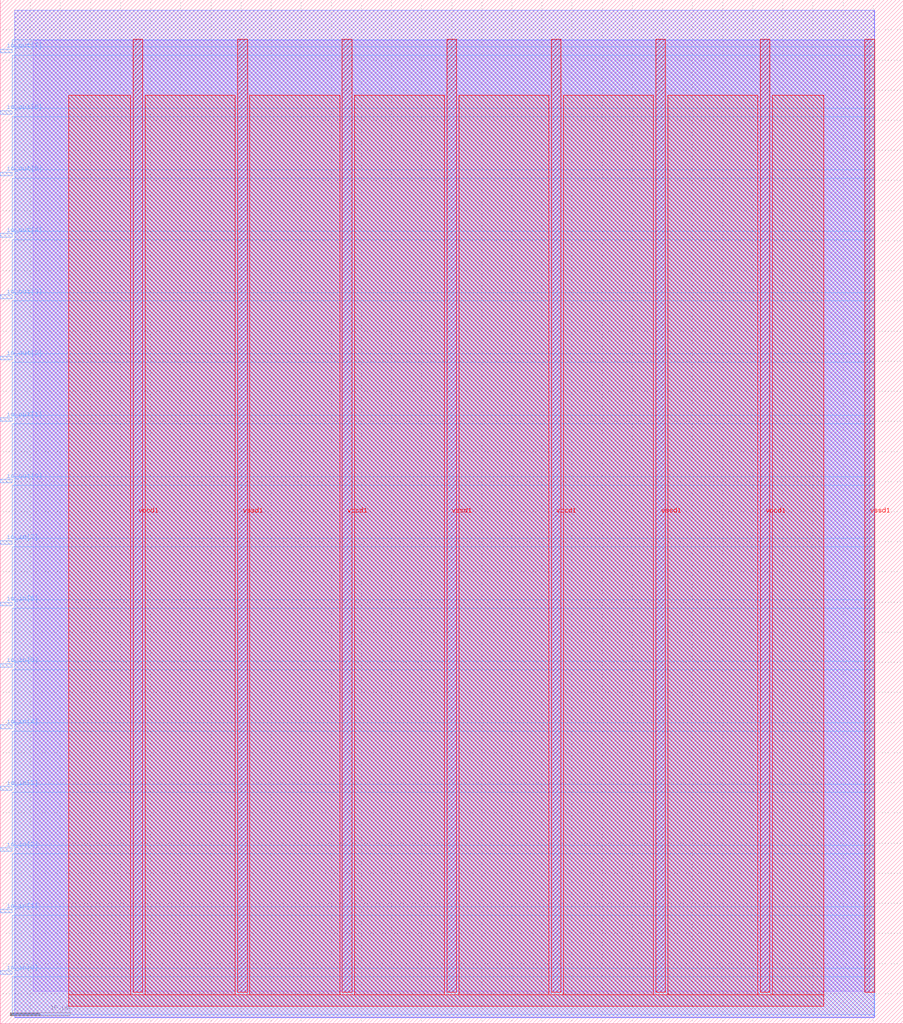
<source format=lef>
VERSION 5.7 ;
  NOWIREEXTENSIONATPIN ON ;
  DIVIDERCHAR "/" ;
  BUSBITCHARS "[]" ;
MACRO s4ga
  CLASS BLOCK ;
  FOREIGN s4ga ;
  ORIGIN 0.000 0.000 ;
  SIZE 150.000 BY 170.000 ;
  PIN io_in[0]
    DIRECTION INPUT ;
    USE SIGNAL ;
    PORT
      LAYER met3 ;
        RECT 0.000 8.200 2.000 8.800 ;
    END
  END io_in[0]
  PIN io_in[1]
    DIRECTION INPUT ;
    USE SIGNAL ;
    PORT
      LAYER met3 ;
        RECT 0.000 18.400 2.000 19.000 ;
    END
  END io_in[1]
  PIN io_in[2]
    DIRECTION INPUT ;
    USE SIGNAL ;
    PORT
      LAYER met3 ;
        RECT 0.000 28.600 2.000 29.200 ;
    END
  END io_in[2]
  PIN io_in[3]
    DIRECTION INPUT ;
    USE SIGNAL ;
    PORT
      LAYER met3 ;
        RECT 0.000 38.800 2.000 39.400 ;
    END
  END io_in[3]
  PIN io_in[4]
    DIRECTION INPUT ;
    USE SIGNAL ;
    PORT
      LAYER met3 ;
        RECT 0.000 49.000 2.000 49.600 ;
    END
  END io_in[4]
  PIN io_in[5]
    DIRECTION INPUT ;
    USE SIGNAL ;
    PORT
      LAYER met3 ;
        RECT 0.000 59.200 2.000 59.800 ;
    END
  END io_in[5]
  PIN io_in[6]
    DIRECTION INPUT ;
    USE SIGNAL ;
    PORT
      LAYER met3 ;
        RECT 0.000 69.400 2.000 70.000 ;
    END
  END io_in[6]
  PIN io_in[7]
    DIRECTION INPUT ;
    USE SIGNAL ;
    PORT
      LAYER met3 ;
        RECT 0.000 79.600 2.000 80.200 ;
    END
  END io_in[7]
  PIN io_out[0]
    DIRECTION OUTPUT TRISTATE ;
    USE SIGNAL ;
    PORT
      LAYER met3 ;
        RECT 0.000 89.800 2.000 90.400 ;
    END
  END io_out[0]
  PIN io_out[1]
    DIRECTION OUTPUT TRISTATE ;
    USE SIGNAL ;
    PORT
      LAYER met3 ;
        RECT 0.000 100.000 2.000 100.600 ;
    END
  END io_out[1]
  PIN io_out[2]
    DIRECTION OUTPUT TRISTATE ;
    USE SIGNAL ;
    PORT
      LAYER met3 ;
        RECT 0.000 110.200 2.000 110.800 ;
    END
  END io_out[2]
  PIN io_out[3]
    DIRECTION OUTPUT TRISTATE ;
    USE SIGNAL ;
    PORT
      LAYER met3 ;
        RECT 0.000 120.400 2.000 121.000 ;
    END
  END io_out[3]
  PIN io_out[4]
    DIRECTION OUTPUT TRISTATE ;
    USE SIGNAL ;
    PORT
      LAYER met3 ;
        RECT 0.000 130.600 2.000 131.200 ;
    END
  END io_out[4]
  PIN io_out[5]
    DIRECTION OUTPUT TRISTATE ;
    USE SIGNAL ;
    PORT
      LAYER met3 ;
        RECT 0.000 140.800 2.000 141.400 ;
    END
  END io_out[5]
  PIN io_out[6]
    DIRECTION OUTPUT TRISTATE ;
    USE SIGNAL ;
    PORT
      LAYER met3 ;
        RECT 0.000 151.000 2.000 151.600 ;
    END
  END io_out[6]
  PIN io_out[7]
    DIRECTION OUTPUT TRISTATE ;
    USE SIGNAL ;
    PORT
      LAYER met3 ;
        RECT 0.000 161.200 2.000 161.800 ;
    END
  END io_out[7]
  PIN vccd1
    DIRECTION INOUT ;
    USE POWER ;
    PORT
      LAYER met4 ;
        RECT 22.085 5.200 23.685 163.440 ;
    END
    PORT
      LAYER met4 ;
        RECT 56.815 5.200 58.415 163.440 ;
    END
    PORT
      LAYER met4 ;
        RECT 91.545 5.200 93.145 163.440 ;
    END
    PORT
      LAYER met4 ;
        RECT 126.275 5.200 127.875 163.440 ;
    END
  END vccd1
  PIN vssd1
    DIRECTION INOUT ;
    USE GROUND ;
    PORT
      LAYER met4 ;
        RECT 39.450 5.200 41.050 163.440 ;
    END
    PORT
      LAYER met4 ;
        RECT 74.180 5.200 75.780 163.440 ;
    END
    PORT
      LAYER met4 ;
        RECT 108.910 5.200 110.510 163.440 ;
    END
    PORT
      LAYER met4 ;
        RECT 143.640 5.200 145.240 163.440 ;
    END
  END vssd1
  OBS
      LAYER li1 ;
        RECT 5.520 5.355 144.440 163.285 ;
      LAYER met1 ;
        RECT 2.370 1.060 145.240 168.260 ;
      LAYER met2 ;
        RECT 2.390 1.030 145.210 168.290 ;
      LAYER met3 ;
        RECT 2.000 162.200 145.230 163.365 ;
        RECT 2.400 160.800 145.230 162.200 ;
        RECT 2.000 152.000 145.230 160.800 ;
        RECT 2.400 150.600 145.230 152.000 ;
        RECT 2.000 141.800 145.230 150.600 ;
        RECT 2.400 140.400 145.230 141.800 ;
        RECT 2.000 131.600 145.230 140.400 ;
        RECT 2.400 130.200 145.230 131.600 ;
        RECT 2.000 121.400 145.230 130.200 ;
        RECT 2.400 120.000 145.230 121.400 ;
        RECT 2.000 111.200 145.230 120.000 ;
        RECT 2.400 109.800 145.230 111.200 ;
        RECT 2.000 101.000 145.230 109.800 ;
        RECT 2.400 99.600 145.230 101.000 ;
        RECT 2.000 90.800 145.230 99.600 ;
        RECT 2.400 89.400 145.230 90.800 ;
        RECT 2.000 80.600 145.230 89.400 ;
        RECT 2.400 79.200 145.230 80.600 ;
        RECT 2.000 70.400 145.230 79.200 ;
        RECT 2.400 69.000 145.230 70.400 ;
        RECT 2.000 60.200 145.230 69.000 ;
        RECT 2.400 58.800 145.230 60.200 ;
        RECT 2.000 50.000 145.230 58.800 ;
        RECT 2.400 48.600 145.230 50.000 ;
        RECT 2.000 39.800 145.230 48.600 ;
        RECT 2.400 38.400 145.230 39.800 ;
        RECT 2.000 29.600 145.230 38.400 ;
        RECT 2.400 28.200 145.230 29.600 ;
        RECT 2.000 19.400 145.230 28.200 ;
        RECT 2.400 18.000 145.230 19.400 ;
        RECT 2.000 9.200 145.230 18.000 ;
        RECT 2.400 7.800 145.230 9.200 ;
        RECT 2.000 1.535 145.230 7.800 ;
      LAYER met4 ;
        RECT 11.335 4.800 21.685 154.185 ;
        RECT 24.085 4.800 39.050 154.185 ;
        RECT 41.450 4.800 56.415 154.185 ;
        RECT 58.815 4.800 73.780 154.185 ;
        RECT 76.180 4.800 91.145 154.185 ;
        RECT 93.545 4.800 108.510 154.185 ;
        RECT 110.910 4.800 125.875 154.185 ;
        RECT 128.275 4.800 136.785 154.185 ;
        RECT 11.335 2.895 136.785 4.800 ;
  END
END s4ga
END LIBRARY


</source>
